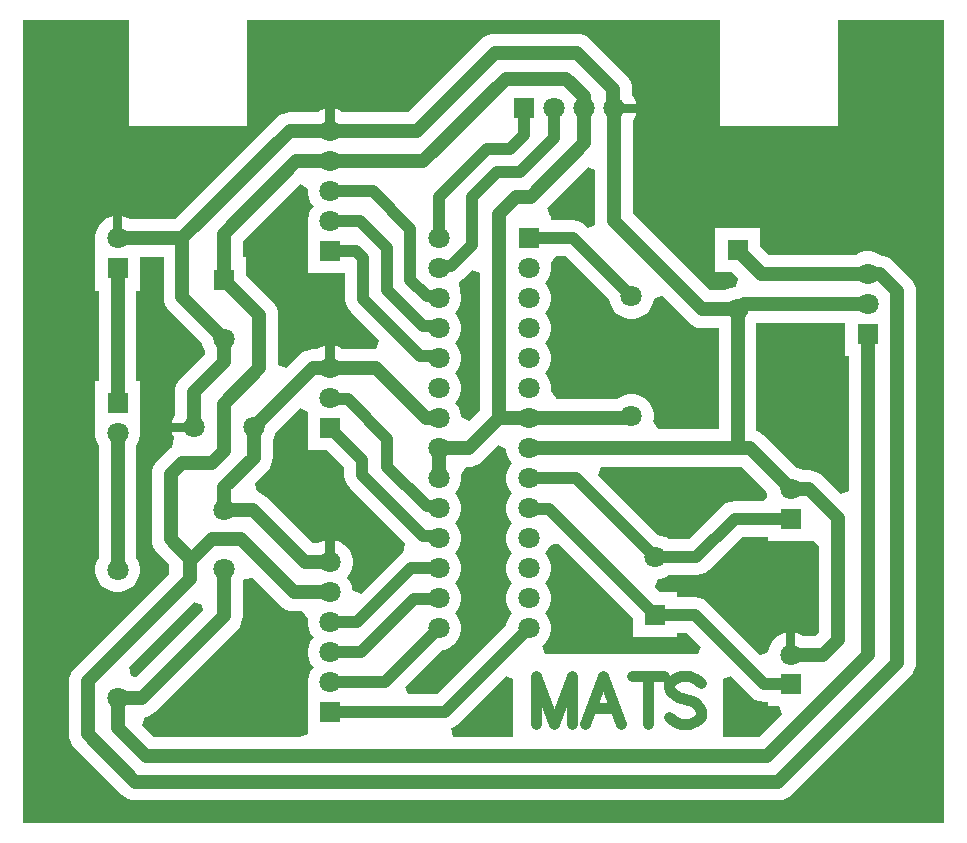
<source format=gbr>
G04*
G04 #@! TF.GenerationSoftware,Altium Limited,Altium Designer,22.5.1 (42)*
G04*
G04 Layer_Physical_Order=2*
G04 Layer_Color=16711680*
%FSLAX25Y25*%
%MOIN*%
G70*
G04*
G04 #@! TF.SameCoordinates,014BCF61-0055-492F-8993-27CD9A169A9E*
G04*
G04*
G04 #@! TF.FilePolarity,Positive*
G04*
G01*
G75*
%ADD10C,0.04724*%
%ADD11C,0.03937*%
%ADD12C,0.03543*%
%ADD13C,0.07087*%
%ADD14R,0.07087X0.07087*%
%ADD15R,0.07087X0.07087*%
G36*
X3937Y3937D02*
X311024D01*
Y271654D01*
X275591D01*
Y236221D01*
X236221D01*
Y271654D01*
X78740D01*
Y236221D01*
X39370D01*
Y271654D01*
X3937D01*
Y3937D01*
D02*
G37*
%LPC*%
G36*
X161205Y266920D02*
X188610D01*
X189837Y266799D01*
X191017Y266441D01*
X192104Y265860D01*
X193057Y265078D01*
X205167Y252968D01*
X205949Y252015D01*
X206530Y250927D01*
X206888Y249747D01*
X207009Y248520D01*
Y246514D01*
X207574Y245669D01*
X208138Y244308D01*
X208259Y243701D01*
X200945D01*
Y240551D01*
X208259D01*
X208138Y239944D01*
X207574Y238583D01*
X207235Y238075D01*
Y207172D01*
X232921Y181487D01*
X238076D01*
X238583Y181826D01*
X239944Y182390D01*
X241389Y182677D01*
X241424D01*
X241498Y182717D01*
X241716Y182941D01*
X242225Y185328D01*
X240369Y187441D01*
X234685D01*
Y202323D01*
X249567D01*
Y196336D01*
X252606Y193298D01*
X281454D01*
X281909Y193602D01*
X283263Y194163D01*
X284700Y194449D01*
X286166D01*
X287604Y194163D01*
X288958Y193602D01*
X289672Y193124D01*
X290737Y193020D01*
X291917Y192662D01*
X293005Y192080D01*
X293958Y191298D01*
X299724Y185532D01*
X300506Y184579D01*
X301087Y183492D01*
X301445Y182312D01*
X301566Y181085D01*
Y57386D01*
X301445Y56159D01*
X301087Y54979D01*
X300506Y53891D01*
X299724Y52938D01*
X260054Y13269D01*
X259101Y12487D01*
X258014Y11905D01*
X256834Y11547D01*
X255607Y11426D01*
X41339D01*
X40112Y11547D01*
X38932Y11905D01*
X37844Y12487D01*
X36891Y13269D01*
X21143Y29017D01*
X20361Y29970D01*
X19779Y31057D01*
X19421Y32237D01*
X19301Y33465D01*
Y51181D01*
X19421Y52408D01*
X19779Y53588D01*
X20361Y54676D01*
X21143Y55629D01*
X52455Y86941D01*
Y90224D01*
X48702Y93977D01*
X47920Y94931D01*
X47339Y96018D01*
X46981Y97198D01*
X46860Y98425D01*
Y120079D01*
X46981Y121306D01*
X47339Y122486D01*
X47920Y123573D01*
X48702Y124527D01*
X52639Y128463D01*
X53251Y128966D01*
X53625Y129399D01*
X54209Y132152D01*
X54131Y132541D01*
X53673Y133645D01*
X53553Y134252D01*
X60866D01*
Y137402D01*
X53553D01*
X53673Y138009D01*
X54237Y139370D01*
X54576Y139877D01*
Y147480D01*
X54697Y148707D01*
X55055Y149887D01*
X55636Y150975D01*
X56419Y151928D01*
X64576Y160086D01*
Y161304D01*
X64237Y161811D01*
X63674Y163172D01*
X63555Y163771D01*
X52639Y174686D01*
X51857Y175639D01*
X51275Y176727D01*
X50918Y177907D01*
X50797Y179134D01*
Y192529D01*
X42874D01*
Y181378D01*
X41723D01*
Y151299D01*
X42874D01*
Y136417D01*
X42874D01*
X42874Y133125D01*
X42588Y131688D01*
X42027Y130334D01*
X41723Y129879D01*
Y92318D01*
X42027Y91863D01*
X42588Y90509D01*
X42874Y89071D01*
Y87606D01*
X42588Y86168D01*
X42027Y84814D01*
X41213Y83595D01*
X40176Y82559D01*
X38958Y81744D01*
X37604Y81183D01*
X36166Y80897D01*
X34700D01*
X33263Y81183D01*
X31909Y81744D01*
X30690Y82559D01*
X29653Y83595D01*
X28839Y84814D01*
X28278Y86168D01*
X27992Y87606D01*
Y89071D01*
X28278Y90509D01*
X28839Y91863D01*
X29143Y92318D01*
Y129879D01*
X28839Y130334D01*
X28278Y131688D01*
X27992Y133125D01*
X27992Y136417D01*
X27992D01*
Y151299D01*
X29143D01*
Y181378D01*
X27992D01*
Y196260D01*
X27992D01*
X27953Y198082D01*
X27953Y199556D01*
X28240Y201001D01*
X28804Y202362D01*
X29623Y203587D01*
X30665Y204629D01*
X31890Y205448D01*
X33251Y206012D01*
X33858Y206133D01*
Y198819D01*
X37008D01*
Y206133D01*
X37615Y206012D01*
X38976Y205448D01*
X39483Y205109D01*
X54481D01*
X88387Y239015D01*
X89340Y239797D01*
X90428Y240378D01*
X91608Y240736D01*
X92835Y240857D01*
X102249D01*
X102756Y241196D01*
X104118Y241760D01*
X104725Y241880D01*
Y234567D01*
X107874D01*
Y241880D01*
X108481Y241760D01*
X109843Y241196D01*
X110350Y240857D01*
X132536D01*
X156757Y265078D01*
X157710Y265860D01*
X158798Y266441D01*
X159978Y266799D01*
X161205Y266920D01*
D02*
G37*
%LPD*%
G36*
X178456Y209055D02*
X179598Y206299D01*
X179921D01*
Y204775D01*
X187284D01*
X188815Y204573D01*
X190242Y203982D01*
X191467Y203042D01*
X192212Y202297D01*
X194090Y203061D01*
X194744Y203663D01*
X194655Y204567D01*
Y221653D01*
X192109Y222708D01*
X178456Y209055D01*
D02*
G37*
G36*
X181221Y192612D02*
X179921Y190453D01*
Y188125D01*
X179636Y186688D01*
X179075Y185334D01*
X178260Y184115D01*
X178004Y183858D01*
X178260Y183602D01*
X179075Y182383D01*
X179636Y181029D01*
X179921Y179591D01*
Y178125D01*
X179636Y176688D01*
X179075Y175334D01*
X178260Y174115D01*
X178004Y173858D01*
X178260Y173602D01*
X179075Y172383D01*
X179636Y171029D01*
X179921Y169591D01*
Y168125D01*
X179636Y166688D01*
X179075Y165334D01*
X178260Y164115D01*
X178004Y163858D01*
X178260Y163602D01*
X179075Y162383D01*
X179636Y161029D01*
X179921Y159591D01*
Y158125D01*
X179636Y156688D01*
X179075Y155334D01*
X178260Y154115D01*
X178004Y153858D01*
X178260Y153602D01*
X179075Y152383D01*
X179636Y151029D01*
X179921Y149591D01*
Y148125D01*
X179877Y147904D01*
X181437Y145505D01*
X181981Y145148D01*
X201870D01*
X201950Y145229D01*
X203169Y146043D01*
X204523Y146604D01*
X205960Y146890D01*
X207426D01*
X208863Y146604D01*
X210218Y146043D01*
X211436Y145229D01*
X212473Y144192D01*
X213287Y142973D01*
X213848Y141619D01*
X214134Y140182D01*
Y138716D01*
X213973Y137904D01*
X214906Y136206D01*
X215949Y135148D01*
X235836D01*
Y168907D01*
X230315D01*
X229088Y169027D01*
X227908Y169386D01*
X226820Y169967D01*
X225867Y170749D01*
X216890Y179726D01*
X214441Y178829D01*
X214112Y178607D01*
X213848Y177278D01*
X213287Y175924D01*
X212473Y174706D01*
X211436Y173669D01*
X210218Y172855D01*
X208863Y172294D01*
X207426Y172008D01*
X205960D01*
X204523Y172294D01*
X203169Y172855D01*
X201950Y173669D01*
X200913Y174706D01*
X200099Y175924D01*
X199538Y177278D01*
X199300Y178474D01*
X184833Y192941D01*
X181551D01*
X181221Y192612D01*
D02*
G37*
G36*
X77156Y197744D02*
Y192480D01*
X78307D01*
Y186494D01*
X87125Y177676D01*
X87907Y176723D01*
X88489Y175636D01*
X88847Y174455D01*
X88968Y173228D01*
Y156721D01*
X91723Y155579D01*
X96104Y159960D01*
X97057Y160742D01*
X98144Y161323D01*
X99324Y161681D01*
X100551Y161802D01*
X102013D01*
X102756Y162298D01*
X104118Y162862D01*
X104725Y162983D01*
Y155669D01*
X107874D01*
Y162983D01*
X108481Y162862D01*
X109843Y162298D01*
X110350Y161959D01*
X121481D01*
X121956Y162538D01*
X122703Y164635D01*
X113100Y174238D01*
X112160Y175463D01*
X111568Y176890D01*
X111367Y178421D01*
Y187126D01*
X98858D01*
Y202008D01*
X98858D01*
X98858Y205300D01*
X99144Y206737D01*
X99705Y208091D01*
X100520Y209310D01*
X100776Y209567D01*
X100520Y209824D01*
X99705Y211042D01*
X99144Y212397D01*
X98858Y213834D01*
Y215300D01*
X98871Y215363D01*
X98692Y215732D01*
X96380Y216968D01*
X77156Y197744D01*
D02*
G37*
G36*
X150629Y185277D02*
X149404Y184337D01*
X149487Y181388D01*
X149636Y181029D01*
X149921Y179591D01*
Y178125D01*
X149636Y176688D01*
X149075Y175334D01*
X148260Y174115D01*
X148004Y173858D01*
X148260Y173602D01*
X149075Y172383D01*
X149636Y171029D01*
X149921Y169591D01*
Y168125D01*
X149636Y166688D01*
X149075Y165334D01*
X148260Y164115D01*
X148004Y163858D01*
X148260Y163602D01*
X149075Y162383D01*
X149636Y161029D01*
X149921Y159591D01*
Y158125D01*
X149636Y156688D01*
X149075Y155334D01*
X148260Y154115D01*
X148004Y153858D01*
X148260Y153602D01*
X149075Y152383D01*
X149636Y151029D01*
X149921Y149591D01*
Y148125D01*
X149636Y146688D01*
X149075Y145334D01*
X148260Y144115D01*
X148031Y143886D01*
X148291Y143627D01*
X149109Y142402D01*
X149673Y141040D01*
X149961Y139595D01*
Y139132D01*
X152624Y137897D01*
X156151Y141424D01*
Y187198D01*
X153605Y188252D01*
X150629Y185277D01*
D02*
G37*
G36*
X248416Y134710D02*
X248549Y134670D01*
X249637Y134088D01*
X250590Y133306D01*
X261426Y122469D01*
X262025Y122350D01*
X263386Y121786D01*
X263893Y121448D01*
X265995D01*
X267222Y121327D01*
X268402Y120969D01*
X269490Y120387D01*
X270443Y119605D01*
X276597Y113451D01*
X279143Y114506D01*
Y159567D01*
X277992D01*
Y170718D01*
X248416D01*
Y134710D01*
D02*
G37*
G36*
X195432Y120022D02*
X215542Y99913D01*
X216738Y99675D01*
X218092Y99114D01*
X219105Y98436D01*
X225896D01*
X236958Y109499D01*
X238183Y110439D01*
X239611Y111030D01*
X241142Y111232D01*
X250664D01*
X250930Y111465D01*
X251834Y112656D01*
X252003Y113450D01*
X251123Y114982D01*
X243536Y122568D01*
X196487D01*
X195432Y120022D01*
D02*
G37*
G36*
X88178Y134243D02*
X88059Y133645D01*
X87495Y132283D01*
X87156Y131776D01*
Y125704D01*
X87036Y124477D01*
X86678Y123296D01*
X86096Y122209D01*
X85314Y121256D01*
X81211Y117153D01*
X81603Y115318D01*
X82171Y114216D01*
X82995Y113966D01*
X84083Y113385D01*
X85036Y112602D01*
X100482Y97156D01*
X102249D01*
X102756Y97495D01*
X104118Y98059D01*
X104725Y98180D01*
Y90866D01*
X107874D01*
Y98180D01*
X108481Y98059D01*
X109843Y97495D01*
X111068Y96676D01*
X112110Y95635D01*
X112928Y94409D01*
X113492Y93048D01*
X113780Y91603D01*
Y90129D01*
X113492Y88684D01*
X112928Y87323D01*
X112110Y86098D01*
X111850Y85838D01*
X112079Y85609D01*
X112893Y84391D01*
X113454Y83037D01*
X113740Y81599D01*
Y81478D01*
X116496Y80336D01*
X129202Y93042D01*
X130428Y93982D01*
X130545Y94031D01*
X131325Y97011D01*
X131287Y97186D01*
X112814Y115659D01*
X111874Y116884D01*
X111283Y118311D01*
X111082Y119842D01*
Y122520D01*
X105373Y128228D01*
X98858D01*
Y141026D01*
X96102Y142167D01*
X88178Y134243D01*
D02*
G37*
G36*
X181002Y96836D02*
X179426Y96183D01*
X179075Y95334D01*
X178260Y94115D01*
X178004Y93858D01*
X178260Y93602D01*
X179075Y92383D01*
X179636Y91029D01*
X179921Y89591D01*
Y88125D01*
X179636Y86688D01*
X179075Y85334D01*
X178260Y84115D01*
X178004Y83858D01*
X178260Y83602D01*
X179075Y82383D01*
X179636Y81029D01*
X179921Y79591D01*
Y78125D01*
X179636Y76688D01*
X179075Y75334D01*
X178260Y74115D01*
X178004Y73858D01*
X178260Y73602D01*
X179075Y72383D01*
X179636Y71029D01*
X179921Y69591D01*
Y68125D01*
X179636Y66688D01*
X179075Y65334D01*
X178260Y64115D01*
X177224Y63078D01*
X177031Y62949D01*
X177867Y60194D01*
X229019D01*
X230074Y62740D01*
X225423Y67390D01*
X222008D01*
Y65866D01*
X207126D01*
Y72380D01*
X182507Y96999D01*
X181002Y96836D01*
D02*
G37*
G36*
X232530Y88336D02*
X231305Y87396D01*
X229878Y86804D01*
X228347Y86603D01*
X219105D01*
X218092Y85926D01*
X216738Y85365D01*
X215532Y85125D01*
X214813Y83521D01*
X214510Y82551D01*
X215945Y80748D01*
X222008D01*
Y79224D01*
X227874D01*
X229405Y79022D01*
X230833Y78431D01*
X232058Y77491D01*
X249606Y59942D01*
X251662Y60564D01*
X252414Y61033D01*
X252650Y62221D01*
X253214Y63582D01*
X254032Y64808D01*
X255074Y65850D01*
X256299Y66668D01*
X257661Y67232D01*
X258268Y67353D01*
Y60039D01*
X261418D01*
Y67353D01*
X262025Y67232D01*
X263386Y66668D01*
X263893Y66329D01*
X268064D01*
X269301Y67566D01*
Y96090D01*
X267284Y97874D01*
X252402D01*
Y99398D01*
X243593D01*
X232530Y88336D01*
D02*
G37*
G36*
X39188Y55883D02*
X39794Y52990D01*
X41485Y52508D01*
X41659Y52523D01*
X63964Y74827D01*
X63743Y76541D01*
X60891Y77586D01*
X39188Y55883D01*
D02*
G37*
G36*
X156968Y124450D02*
X156015Y123668D01*
X154927Y123086D01*
X153747Y122728D01*
X152520Y122608D01*
X151964D01*
X151394Y122221D01*
X149870Y119852D01*
X149921Y119591D01*
Y118125D01*
X149636Y116688D01*
X149075Y115334D01*
X148260Y114115D01*
X148004Y113858D01*
X148260Y113602D01*
X149075Y112383D01*
X149636Y111029D01*
X149921Y109591D01*
Y108125D01*
X149636Y106688D01*
X149075Y105334D01*
X148260Y104115D01*
X148004Y103858D01*
X148260Y103602D01*
X149075Y102383D01*
X149636Y101029D01*
X149921Y99591D01*
Y98125D01*
X149636Y96688D01*
X149075Y95334D01*
X148260Y94115D01*
X148004Y93858D01*
X148260Y93602D01*
X149075Y92383D01*
X149636Y91029D01*
X149921Y89591D01*
Y88125D01*
X149636Y86688D01*
X149075Y85334D01*
X148260Y84115D01*
X148004Y83858D01*
X148260Y83602D01*
X149075Y82383D01*
X149636Y81029D01*
X149921Y79591D01*
Y78125D01*
X149636Y76688D01*
X149075Y75334D01*
X148260Y74115D01*
X148004Y73858D01*
X148260Y73602D01*
X149075Y72383D01*
X149636Y71029D01*
X149921Y69591D01*
Y68125D01*
X149636Y66688D01*
X149075Y65334D01*
X148260Y64115D01*
X147224Y63078D01*
X146005Y62264D01*
X144651Y61703D01*
X143455Y61465D01*
X131319Y49329D01*
X132373Y46783D01*
X142037D01*
X165088Y69833D01*
X165325Y71029D01*
X165886Y72383D01*
X166701Y73602D01*
X166957Y73858D01*
X166701Y74115D01*
X165886Y75334D01*
X165325Y76688D01*
X165040Y78125D01*
Y79591D01*
X165325Y81029D01*
X165886Y82383D01*
X166701Y83602D01*
X166957Y83858D01*
X166701Y84115D01*
X165886Y85334D01*
X165325Y86688D01*
X165040Y88125D01*
Y89591D01*
X165325Y91029D01*
X165886Y92383D01*
X166701Y93602D01*
X166957Y93858D01*
X166701Y94115D01*
X165886Y95334D01*
X165325Y96688D01*
X165040Y98125D01*
Y99591D01*
X165325Y101029D01*
X165886Y102383D01*
X166701Y103602D01*
X166957Y103858D01*
X166701Y104115D01*
X165886Y105334D01*
X165325Y106688D01*
X165040Y108125D01*
Y109591D01*
X165325Y111029D01*
X165886Y112383D01*
X166701Y113602D01*
X166957Y113858D01*
X166701Y114115D01*
X165886Y115334D01*
X165325Y116688D01*
X165040Y118125D01*
Y119591D01*
X165325Y121029D01*
X165886Y122383D01*
X166701Y123602D01*
X166930Y123830D01*
X166670Y124090D01*
X165851Y125315D01*
X165288Y126676D01*
X165000Y128121D01*
Y128585D01*
X162337Y129819D01*
X156968Y124450D01*
D02*
G37*
G36*
X77593Y85078D02*
X77333Y84867D01*
X77156Y84603D01*
Y78740D01*
X77156Y78740D01*
Y72835D01*
X77036Y71608D01*
X76678Y70428D01*
X76096Y69340D01*
X75314Y68387D01*
X47999Y41072D01*
X47046Y40290D01*
X45959Y39708D01*
X44778Y39350D01*
X44750Y39348D01*
X43674Y36555D01*
X43675Y36525D01*
X47532Y32668D01*
X96416D01*
X98858Y33425D01*
Y48307D01*
X98858D01*
X98858Y51599D01*
X99144Y53036D01*
X99705Y54391D01*
X100520Y55609D01*
X100776Y55866D01*
X100520Y56123D01*
X99705Y57341D01*
X99144Y58696D01*
X98858Y60133D01*
Y61599D01*
X99144Y63037D01*
X99705Y64391D01*
X100520Y65609D01*
X100776Y65866D01*
X100520Y66123D01*
X99705Y67342D01*
X99144Y68696D01*
X98858Y70133D01*
Y71599D01*
X98902Y71820D01*
X97343Y74219D01*
X96799Y74576D01*
X94126D01*
X92899Y74697D01*
X91719Y75055D01*
X90632Y75636D01*
X89679Y76418D01*
X80567Y85529D01*
X77593Y85078D01*
D02*
G37*
G36*
X148672Y36682D02*
X147447Y35742D01*
X146679Y35424D01*
X147227Y32668D01*
X167362D01*
Y51772D01*
X164816Y52826D01*
X148672Y36682D01*
D02*
G37*
G36*
X237276Y51937D02*
Y32668D01*
X249413D01*
X256955Y40210D01*
X255901Y42756D01*
X252402D01*
Y44280D01*
X250984D01*
X249453Y44482D01*
X248026Y45073D01*
X246801Y46013D01*
X239822Y52992D01*
X237276Y51937D01*
D02*
G37*
D10*
X255607Y17717D02*
X41339D01*
X252019Y26378D02*
X44926D01*
X285433Y59792D02*
Y167008D01*
X295276Y57386D02*
X255607Y17717D01*
X295276Y57386D02*
Y181085D01*
X285433Y59792D02*
X252019Y26378D01*
X289510Y186850D02*
X285591D01*
X285433Y187008D01*
X295276Y181085D02*
X289510Y186850D01*
X70979Y108381D02*
Y115817D01*
Y108155D02*
X70866Y108268D01*
X70979Y108381D02*
X70866Y108268D01*
X80588Y108155D02*
X70979D01*
X100551Y155512D02*
X80866Y135827D01*
X59646Y91929D02*
X53150Y98425D01*
X59646Y85236D02*
Y91929D01*
X60293D02*
X59646D01*
X70866Y72835D02*
Y78740D01*
X70866Y78740D02*
Y88583D01*
X70866Y78740D02*
X70866Y78740D01*
X70866Y165354D02*
X57087Y179134D01*
X57087Y198819D02*
X57087D01*
X35433Y143858D02*
Y188819D01*
X57087Y198819D02*
X35433D01*
X57087Y198819D02*
X57087Y198819D01*
X57087Y179134D02*
Y198819D01*
X60866Y135827D02*
Y147480D01*
X70866Y157480D02*
X60866Y147480D01*
X70866Y127953D02*
Y143701D01*
X242126Y175197D02*
X230315D01*
X242126Y128858D02*
Y175197D01*
X242126Y175197D01*
X250000Y187008D02*
X242126Y194882D01*
X242286Y175197D02*
X242126D01*
X244097Y177008D02*
X242286Y175197D01*
X285433Y177008D02*
X244097D01*
X285433Y187008D02*
X250000D01*
X80866Y125704D02*
Y135827D01*
X70866Y127953D02*
X66929Y124016D01*
X57087D01*
X80866Y125704D02*
X70979Y115817D01*
X57087Y124016D02*
X53150Y120079D01*
X35433Y88339D02*
Y133858D01*
X53150Y98425D02*
Y120079D01*
X76567Y98425D02*
X74943D01*
X66789Y98425D02*
X60293Y91929D01*
X74943Y98425D02*
X66789D01*
X74943Y98425D02*
X74943Y98425D01*
X206693Y139449D02*
X206480D01*
X205889Y138858D01*
X206693Y139449D02*
X206693Y139449D01*
X106299Y80866D02*
X94126D01*
X97877Y90866D02*
X80588Y108155D01*
X106299Y90866D02*
X97877D01*
X94126Y80866D02*
X76567Y98425D01*
X259843Y115157D02*
X246142Y128858D01*
X259843Y60039D02*
X259843Y60039D01*
X275591Y64961D02*
X270670Y60039D01*
X259843D01*
X275591Y64961D02*
Y105562D01*
X265995Y115157D01*
X259843D01*
X259843Y115157D01*
X168122Y212598D02*
X162441Y206918D01*
X190945Y230440D02*
X173104Y212598D01*
X168122D01*
X106142Y155512D02*
X100551D01*
X106299Y155669D02*
X106142Y155512D01*
X121750Y155669D02*
X106299D01*
X70866Y157480D02*
Y165354D01*
X82677Y173228D02*
X70866Y185039D01*
X82677Y155512D02*
X70866Y143701D01*
X82677Y155512D02*
Y173228D01*
X142481Y138858D02*
X142323Y139016D01*
X138404D02*
X121750Y155669D01*
X142323Y139016D02*
X138404D01*
X242126Y128858D02*
X242126Y128858D01*
X205889Y138858D02*
X172480D01*
X152520Y128898D02*
X142520D01*
X162441Y138819D02*
X152520Y128898D01*
X242126Y128858D02*
X172480D01*
X246142D02*
X242126D01*
X172480Y138858D02*
X172441Y138819D01*
X162441D01*
X142520Y128898D02*
X142481Y128858D01*
Y118858D02*
Y128858D01*
X59646Y85236D02*
X25591Y51181D01*
X162441Y138819D02*
Y206918D01*
X92835Y234567D02*
X57087Y198819D01*
X230315Y175197D02*
X200945Y204567D01*
Y242991D01*
X43551Y45520D02*
X35433D01*
X70866Y72835D02*
X43551Y45520D01*
X70866Y185039D02*
Y200349D01*
X94926Y224409D02*
X70866Y200349D01*
X25591Y33465D02*
Y51181D01*
X41339Y17717D02*
X25591Y33465D01*
X44926Y26378D02*
X35652Y35652D01*
Y45301D01*
X35433Y45520D01*
X190945Y230440D02*
Y242126D01*
X135142Y234567D02*
X106299D01*
Y224567D02*
X106142Y224409D01*
X94926D01*
X137409Y224567D02*
X106299D01*
Y234567D02*
X92835D01*
X137409Y224567D02*
Y224585D01*
X164793Y251968D02*
X137409Y224585D01*
X200719Y243217D02*
Y248520D01*
X190788Y246203D02*
X185022Y251968D01*
X161205Y260630D02*
X135142Y234567D01*
X190945Y242126D02*
X190788Y242283D01*
Y246203D01*
X185022Y251968D02*
X164793D01*
X188610Y260630D02*
X161205D01*
X200719Y248520D02*
X188610Y260630D01*
X200945Y242991D02*
X200719Y243217D01*
D11*
X116998Y124970D02*
X106299Y135669D01*
X116998Y119842D02*
Y124970D01*
X125402Y132005D02*
X112289Y145118D01*
X125402Y122574D02*
Y132005D01*
X206693Y179449D02*
X187284Y198858D01*
X134145Y78482D02*
X116529Y60866D01*
X133386Y88858D02*
X115394Y70866D01*
X116529Y60866D02*
X106299D01*
X142104Y78482D02*
X134145D01*
X142481Y88858D02*
X133386D01*
X115394Y70866D02*
X106299D01*
X141026Y99461D02*
X137380D01*
X116998Y119842D01*
X138515Y109461D02*
X125402Y122574D01*
X141878Y109461D02*
X138515D01*
X259843Y105315D02*
X241142D01*
X142481Y198858D02*
Y212552D01*
X158668Y228740D02*
X142481Y212552D01*
X161930Y220866D02*
X153657Y212594D01*
X146446Y189461D02*
X143083D01*
X153657Y196672D02*
X146446Y189461D01*
X153657Y196672D02*
Y212594D01*
X187284Y198858D02*
X172480D01*
X116113Y204567D02*
X106299D01*
X120460Y214567D02*
X106299D01*
X133032Y201995D02*
X120460Y214567D01*
X125158Y195522D02*
X116113Y204567D01*
X112289Y145118D02*
X106851D01*
X114977Y194567D02*
X106299D01*
X106851Y145118D02*
X106299Y145669D01*
X117284Y192261D02*
X114977Y194567D01*
X125158Y181683D02*
Y195522D01*
X136244Y159461D02*
X117284Y178421D01*
X137380Y169461D02*
X125158Y181683D01*
X117284Y178421D02*
Y192261D01*
X138515Y179461D02*
X133032Y184944D01*
X143083Y189461D02*
X142481Y188858D01*
X141026Y169461D02*
X137380D01*
X142481Y168858D02*
X141628D01*
X141026Y169461D01*
X142481Y178858D02*
X141878Y179461D01*
X138515D01*
X141026Y159461D02*
X136244D01*
X142481Y158858D02*
X141628D01*
X141026Y159461D01*
X214567Y92520D02*
X188228Y118858D01*
X227874Y73307D02*
X214567D01*
X179393Y108482D01*
X188228Y118858D02*
X172480D01*
X179393Y108482D02*
X172857D01*
X172480Y108858D01*
X228347Y92520D02*
X214567D01*
X214567Y92520D01*
X241142Y105315D02*
X228347Y92520D01*
X142481Y78858D02*
X142104Y78482D01*
X142481Y98858D02*
X141628D01*
X141026Y99461D01*
X142481Y108858D02*
X141878Y109461D01*
X133032Y184944D02*
Y201995D01*
X124488Y50866D02*
X106299D01*
X142481Y68858D02*
X124488Y50866D01*
X172480Y68858D02*
X144488Y40866D01*
X106299D01*
X259843Y50197D02*
X250984D01*
X227874Y73307D01*
X180945Y232132D02*
Y242126D01*
X170945Y233268D02*
X166418Y228740D01*
X170945Y233268D02*
Y242126D01*
X166418Y228740D02*
X158668D01*
X169679Y220866D02*
X161930D01*
X180945Y232132D02*
X169679Y220866D01*
D12*
X174803Y52753D02*
Y37008D01*
Y52753D02*
X180801Y37008D01*
X186799Y52753D02*
X180801Y37008D01*
X186799Y52753D02*
Y37008D01*
X203294D02*
X197296Y52753D01*
X191298Y37008D01*
X193547Y42256D02*
X201044D01*
X212216Y52753D02*
Y37008D01*
X206967Y52753D02*
X217464D01*
X229835Y50503D02*
X228335Y52003D01*
X226086Y52753D01*
X223087D01*
X220838Y52003D01*
X219338Y50503D01*
Y49004D01*
X220088Y47504D01*
X220838Y46755D01*
X222337Y46005D01*
X226836Y44505D01*
X228335Y43756D01*
X229085Y43006D01*
X229835Y41506D01*
Y39257D01*
X228335Y37758D01*
X226086Y37008D01*
X223087D01*
X220838Y37758D01*
X219338Y39257D01*
D13*
X259843Y115157D02*
D03*
X200945Y242126D02*
D03*
X190945D02*
D03*
X180945D02*
D03*
X35433Y88339D02*
D03*
Y45520D02*
D03*
Y198819D02*
D03*
Y133858D02*
D03*
X106299Y50866D02*
D03*
Y60866D02*
D03*
Y70866D02*
D03*
Y80866D02*
D03*
Y90866D02*
D03*
X259843Y60039D02*
D03*
X206693Y139449D02*
D03*
Y179449D02*
D03*
X172480Y188858D02*
D03*
Y178858D02*
D03*
Y168858D02*
D03*
Y158858D02*
D03*
Y148858D02*
D03*
Y138858D02*
D03*
Y128858D02*
D03*
Y118858D02*
D03*
Y108858D02*
D03*
Y98858D02*
D03*
Y88858D02*
D03*
Y78858D02*
D03*
Y68858D02*
D03*
X142481Y198858D02*
D03*
Y188858D02*
D03*
Y178858D02*
D03*
Y168858D02*
D03*
Y158858D02*
D03*
Y148858D02*
D03*
Y138858D02*
D03*
Y128858D02*
D03*
Y118858D02*
D03*
Y108858D02*
D03*
Y98858D02*
D03*
Y88858D02*
D03*
Y78858D02*
D03*
Y68858D02*
D03*
X60866Y135827D02*
D03*
X80866D02*
D03*
X70866Y108268D02*
D03*
Y88583D02*
D03*
X285433Y187008D02*
D03*
Y177008D02*
D03*
X70866Y165354D02*
D03*
X106299Y234567D02*
D03*
Y224567D02*
D03*
Y214567D02*
D03*
Y204567D02*
D03*
X214567Y92520D02*
D03*
X106299Y145669D02*
D03*
Y155669D02*
D03*
X242126Y175197D02*
D03*
D14*
X259843Y105315D02*
D03*
X35433Y188819D02*
D03*
Y143858D02*
D03*
X106299Y40866D02*
D03*
X259843Y50197D02*
D03*
X70866Y185039D02*
D03*
X106299Y194567D02*
D03*
X214567Y73307D02*
D03*
X106299Y135669D02*
D03*
X242126Y194882D02*
D03*
D15*
X170945Y242126D02*
D03*
X172480Y198858D02*
D03*
X285433Y167008D02*
D03*
M02*

</source>
